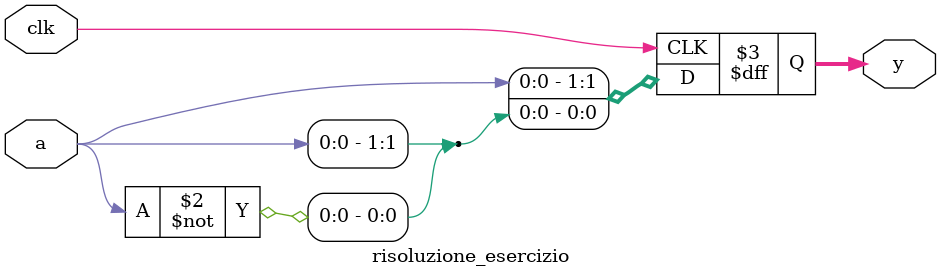
<source format=sv>
module risoluzione_esercizio(
    input logic clk, a,
    output logic[1:0] y
);
always_ff @(posedge clk ) begin 
    y[0] <= ~a;
    y[1] <= a;
end
endmodule
</source>
